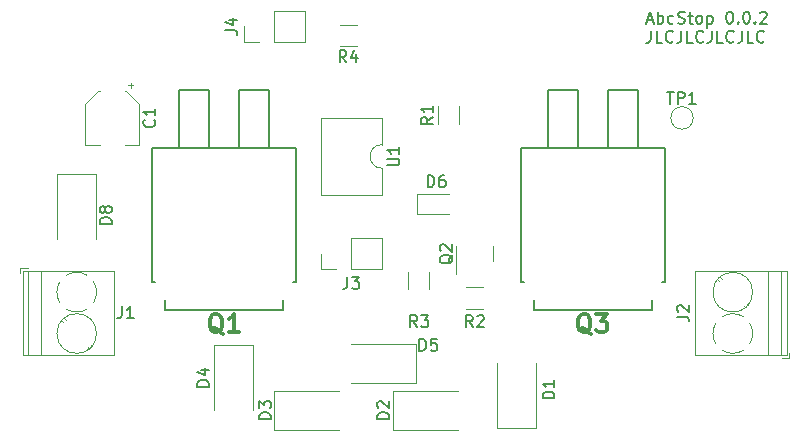
<source format=gbr>
G04 #@! TF.GenerationSoftware,KiCad,Pcbnew,7.0.5.1-1-g8f565ef7f0-dirty-deb11*
G04 #@! TF.CreationDate,2023-07-17T13:06:12+00:00*
G04 #@! TF.ProjectId,AbcStop,41626353-746f-4702-9e6b-696361645f70,0.0.2*
G04 #@! TF.SameCoordinates,Original*
G04 #@! TF.FileFunction,Legend,Top*
G04 #@! TF.FilePolarity,Positive*
%FSLAX46Y46*%
G04 Gerber Fmt 4.6, Leading zero omitted, Abs format (unit mm)*
G04 Created by KiCad (PCBNEW 7.0.5.1-1-g8f565ef7f0-dirty-deb11) date 2023-07-17 13:06:12*
%MOMM*%
%LPD*%
G01*
G04 APERTURE LIST*
%ADD10C,0.150000*%
%ADD11C,0.304800*%
%ADD12C,0.120000*%
%ADD13C,0.127000*%
%ADD14R,1.998980X3.799840*%
%ADD15R,11.501120X8.999220*%
%ADD16R,1.780000X2.000000*%
%ADD17R,1.700000X1.700000*%
%ADD18O,1.700000X1.700000*%
%ADD19C,1.500000*%
%ADD20R,2.400000X2.400000*%
%ADD21C,2.400000*%
G04 APERTURE END LIST*
D10*
X111289160Y-36974104D02*
X111765350Y-36974104D01*
X111193922Y-37259819D02*
X111527255Y-36259819D01*
X111527255Y-36259819D02*
X111860588Y-37259819D01*
X112193922Y-37259819D02*
X112193922Y-36259819D01*
X112193922Y-36640771D02*
X112289160Y-36593152D01*
X112289160Y-36593152D02*
X112479636Y-36593152D01*
X112479636Y-36593152D02*
X112574874Y-36640771D01*
X112574874Y-36640771D02*
X112622493Y-36688390D01*
X112622493Y-36688390D02*
X112670112Y-36783628D01*
X112670112Y-36783628D02*
X112670112Y-37069342D01*
X112670112Y-37069342D02*
X112622493Y-37164580D01*
X112622493Y-37164580D02*
X112574874Y-37212200D01*
X112574874Y-37212200D02*
X112479636Y-37259819D01*
X112479636Y-37259819D02*
X112289160Y-37259819D01*
X112289160Y-37259819D02*
X112193922Y-37212200D01*
X113527255Y-37212200D02*
X113432017Y-37259819D01*
X113432017Y-37259819D02*
X113241541Y-37259819D01*
X113241541Y-37259819D02*
X113146303Y-37212200D01*
X113146303Y-37212200D02*
X113098684Y-37164580D01*
X113098684Y-37164580D02*
X113051065Y-37069342D01*
X113051065Y-37069342D02*
X113051065Y-36783628D01*
X113051065Y-36783628D02*
X113098684Y-36688390D01*
X113098684Y-36688390D02*
X113146303Y-36640771D01*
X113146303Y-36640771D02*
X113241541Y-36593152D01*
X113241541Y-36593152D02*
X113432017Y-36593152D01*
X113432017Y-36593152D02*
X113527255Y-36640771D01*
X113908208Y-37212200D02*
X114051065Y-37259819D01*
X114051065Y-37259819D02*
X114289160Y-37259819D01*
X114289160Y-37259819D02*
X114384398Y-37212200D01*
X114384398Y-37212200D02*
X114432017Y-37164580D01*
X114432017Y-37164580D02*
X114479636Y-37069342D01*
X114479636Y-37069342D02*
X114479636Y-36974104D01*
X114479636Y-36974104D02*
X114432017Y-36878866D01*
X114432017Y-36878866D02*
X114384398Y-36831247D01*
X114384398Y-36831247D02*
X114289160Y-36783628D01*
X114289160Y-36783628D02*
X114098684Y-36736009D01*
X114098684Y-36736009D02*
X114003446Y-36688390D01*
X114003446Y-36688390D02*
X113955827Y-36640771D01*
X113955827Y-36640771D02*
X113908208Y-36545533D01*
X113908208Y-36545533D02*
X113908208Y-36450295D01*
X113908208Y-36450295D02*
X113955827Y-36355057D01*
X113955827Y-36355057D02*
X114003446Y-36307438D01*
X114003446Y-36307438D02*
X114098684Y-36259819D01*
X114098684Y-36259819D02*
X114336779Y-36259819D01*
X114336779Y-36259819D02*
X114479636Y-36307438D01*
X114765351Y-36593152D02*
X115146303Y-36593152D01*
X114908208Y-36259819D02*
X114908208Y-37116961D01*
X114908208Y-37116961D02*
X114955827Y-37212200D01*
X114955827Y-37212200D02*
X115051065Y-37259819D01*
X115051065Y-37259819D02*
X115146303Y-37259819D01*
X115622494Y-37259819D02*
X115527256Y-37212200D01*
X115527256Y-37212200D02*
X115479637Y-37164580D01*
X115479637Y-37164580D02*
X115432018Y-37069342D01*
X115432018Y-37069342D02*
X115432018Y-36783628D01*
X115432018Y-36783628D02*
X115479637Y-36688390D01*
X115479637Y-36688390D02*
X115527256Y-36640771D01*
X115527256Y-36640771D02*
X115622494Y-36593152D01*
X115622494Y-36593152D02*
X115765351Y-36593152D01*
X115765351Y-36593152D02*
X115860589Y-36640771D01*
X115860589Y-36640771D02*
X115908208Y-36688390D01*
X115908208Y-36688390D02*
X115955827Y-36783628D01*
X115955827Y-36783628D02*
X115955827Y-37069342D01*
X115955827Y-37069342D02*
X115908208Y-37164580D01*
X115908208Y-37164580D02*
X115860589Y-37212200D01*
X115860589Y-37212200D02*
X115765351Y-37259819D01*
X115765351Y-37259819D02*
X115622494Y-37259819D01*
X116384399Y-36593152D02*
X116384399Y-37593152D01*
X116384399Y-36640771D02*
X116479637Y-36593152D01*
X116479637Y-36593152D02*
X116670113Y-36593152D01*
X116670113Y-36593152D02*
X116765351Y-36640771D01*
X116765351Y-36640771D02*
X116812970Y-36688390D01*
X116812970Y-36688390D02*
X116860589Y-36783628D01*
X116860589Y-36783628D02*
X116860589Y-37069342D01*
X116860589Y-37069342D02*
X116812970Y-37164580D01*
X116812970Y-37164580D02*
X116765351Y-37212200D01*
X116765351Y-37212200D02*
X116670113Y-37259819D01*
X116670113Y-37259819D02*
X116479637Y-37259819D01*
X116479637Y-37259819D02*
X116384399Y-37212200D01*
X118241542Y-36259819D02*
X118336780Y-36259819D01*
X118336780Y-36259819D02*
X118432018Y-36307438D01*
X118432018Y-36307438D02*
X118479637Y-36355057D01*
X118479637Y-36355057D02*
X118527256Y-36450295D01*
X118527256Y-36450295D02*
X118574875Y-36640771D01*
X118574875Y-36640771D02*
X118574875Y-36878866D01*
X118574875Y-36878866D02*
X118527256Y-37069342D01*
X118527256Y-37069342D02*
X118479637Y-37164580D01*
X118479637Y-37164580D02*
X118432018Y-37212200D01*
X118432018Y-37212200D02*
X118336780Y-37259819D01*
X118336780Y-37259819D02*
X118241542Y-37259819D01*
X118241542Y-37259819D02*
X118146304Y-37212200D01*
X118146304Y-37212200D02*
X118098685Y-37164580D01*
X118098685Y-37164580D02*
X118051066Y-37069342D01*
X118051066Y-37069342D02*
X118003447Y-36878866D01*
X118003447Y-36878866D02*
X118003447Y-36640771D01*
X118003447Y-36640771D02*
X118051066Y-36450295D01*
X118051066Y-36450295D02*
X118098685Y-36355057D01*
X118098685Y-36355057D02*
X118146304Y-36307438D01*
X118146304Y-36307438D02*
X118241542Y-36259819D01*
X119003447Y-37164580D02*
X119051066Y-37212200D01*
X119051066Y-37212200D02*
X119003447Y-37259819D01*
X119003447Y-37259819D02*
X118955828Y-37212200D01*
X118955828Y-37212200D02*
X119003447Y-37164580D01*
X119003447Y-37164580D02*
X119003447Y-37259819D01*
X119670113Y-36259819D02*
X119765351Y-36259819D01*
X119765351Y-36259819D02*
X119860589Y-36307438D01*
X119860589Y-36307438D02*
X119908208Y-36355057D01*
X119908208Y-36355057D02*
X119955827Y-36450295D01*
X119955827Y-36450295D02*
X120003446Y-36640771D01*
X120003446Y-36640771D02*
X120003446Y-36878866D01*
X120003446Y-36878866D02*
X119955827Y-37069342D01*
X119955827Y-37069342D02*
X119908208Y-37164580D01*
X119908208Y-37164580D02*
X119860589Y-37212200D01*
X119860589Y-37212200D02*
X119765351Y-37259819D01*
X119765351Y-37259819D02*
X119670113Y-37259819D01*
X119670113Y-37259819D02*
X119574875Y-37212200D01*
X119574875Y-37212200D02*
X119527256Y-37164580D01*
X119527256Y-37164580D02*
X119479637Y-37069342D01*
X119479637Y-37069342D02*
X119432018Y-36878866D01*
X119432018Y-36878866D02*
X119432018Y-36640771D01*
X119432018Y-36640771D02*
X119479637Y-36450295D01*
X119479637Y-36450295D02*
X119527256Y-36355057D01*
X119527256Y-36355057D02*
X119574875Y-36307438D01*
X119574875Y-36307438D02*
X119670113Y-36259819D01*
X120432018Y-37164580D02*
X120479637Y-37212200D01*
X120479637Y-37212200D02*
X120432018Y-37259819D01*
X120432018Y-37259819D02*
X120384399Y-37212200D01*
X120384399Y-37212200D02*
X120432018Y-37164580D01*
X120432018Y-37164580D02*
X120432018Y-37259819D01*
X120860589Y-36355057D02*
X120908208Y-36307438D01*
X120908208Y-36307438D02*
X121003446Y-36259819D01*
X121003446Y-36259819D02*
X121241541Y-36259819D01*
X121241541Y-36259819D02*
X121336779Y-36307438D01*
X121336779Y-36307438D02*
X121384398Y-36355057D01*
X121384398Y-36355057D02*
X121432017Y-36450295D01*
X121432017Y-36450295D02*
X121432017Y-36545533D01*
X121432017Y-36545533D02*
X121384398Y-36688390D01*
X121384398Y-36688390D02*
X120812970Y-37259819D01*
X120812970Y-37259819D02*
X121432017Y-37259819D01*
X111622493Y-37869819D02*
X111622493Y-38584104D01*
X111622493Y-38584104D02*
X111574874Y-38726961D01*
X111574874Y-38726961D02*
X111479636Y-38822200D01*
X111479636Y-38822200D02*
X111336779Y-38869819D01*
X111336779Y-38869819D02*
X111241541Y-38869819D01*
X112574874Y-38869819D02*
X112098684Y-38869819D01*
X112098684Y-38869819D02*
X112098684Y-37869819D01*
X113479636Y-38774580D02*
X113432017Y-38822200D01*
X113432017Y-38822200D02*
X113289160Y-38869819D01*
X113289160Y-38869819D02*
X113193922Y-38869819D01*
X113193922Y-38869819D02*
X113051065Y-38822200D01*
X113051065Y-38822200D02*
X112955827Y-38726961D01*
X112955827Y-38726961D02*
X112908208Y-38631723D01*
X112908208Y-38631723D02*
X112860589Y-38441247D01*
X112860589Y-38441247D02*
X112860589Y-38298390D01*
X112860589Y-38298390D02*
X112908208Y-38107914D01*
X112908208Y-38107914D02*
X112955827Y-38012676D01*
X112955827Y-38012676D02*
X113051065Y-37917438D01*
X113051065Y-37917438D02*
X113193922Y-37869819D01*
X113193922Y-37869819D02*
X113289160Y-37869819D01*
X113289160Y-37869819D02*
X113432017Y-37917438D01*
X113432017Y-37917438D02*
X113479636Y-37965057D01*
X114193922Y-37869819D02*
X114193922Y-38584104D01*
X114193922Y-38584104D02*
X114146303Y-38726961D01*
X114146303Y-38726961D02*
X114051065Y-38822200D01*
X114051065Y-38822200D02*
X113908208Y-38869819D01*
X113908208Y-38869819D02*
X113812970Y-38869819D01*
X115146303Y-38869819D02*
X114670113Y-38869819D01*
X114670113Y-38869819D02*
X114670113Y-37869819D01*
X116051065Y-38774580D02*
X116003446Y-38822200D01*
X116003446Y-38822200D02*
X115860589Y-38869819D01*
X115860589Y-38869819D02*
X115765351Y-38869819D01*
X115765351Y-38869819D02*
X115622494Y-38822200D01*
X115622494Y-38822200D02*
X115527256Y-38726961D01*
X115527256Y-38726961D02*
X115479637Y-38631723D01*
X115479637Y-38631723D02*
X115432018Y-38441247D01*
X115432018Y-38441247D02*
X115432018Y-38298390D01*
X115432018Y-38298390D02*
X115479637Y-38107914D01*
X115479637Y-38107914D02*
X115527256Y-38012676D01*
X115527256Y-38012676D02*
X115622494Y-37917438D01*
X115622494Y-37917438D02*
X115765351Y-37869819D01*
X115765351Y-37869819D02*
X115860589Y-37869819D01*
X115860589Y-37869819D02*
X116003446Y-37917438D01*
X116003446Y-37917438D02*
X116051065Y-37965057D01*
X116765351Y-37869819D02*
X116765351Y-38584104D01*
X116765351Y-38584104D02*
X116717732Y-38726961D01*
X116717732Y-38726961D02*
X116622494Y-38822200D01*
X116622494Y-38822200D02*
X116479637Y-38869819D01*
X116479637Y-38869819D02*
X116384399Y-38869819D01*
X117717732Y-38869819D02*
X117241542Y-38869819D01*
X117241542Y-38869819D02*
X117241542Y-37869819D01*
X118622494Y-38774580D02*
X118574875Y-38822200D01*
X118574875Y-38822200D02*
X118432018Y-38869819D01*
X118432018Y-38869819D02*
X118336780Y-38869819D01*
X118336780Y-38869819D02*
X118193923Y-38822200D01*
X118193923Y-38822200D02*
X118098685Y-38726961D01*
X118098685Y-38726961D02*
X118051066Y-38631723D01*
X118051066Y-38631723D02*
X118003447Y-38441247D01*
X118003447Y-38441247D02*
X118003447Y-38298390D01*
X118003447Y-38298390D02*
X118051066Y-38107914D01*
X118051066Y-38107914D02*
X118098685Y-38012676D01*
X118098685Y-38012676D02*
X118193923Y-37917438D01*
X118193923Y-37917438D02*
X118336780Y-37869819D01*
X118336780Y-37869819D02*
X118432018Y-37869819D01*
X118432018Y-37869819D02*
X118574875Y-37917438D01*
X118574875Y-37917438D02*
X118622494Y-37965057D01*
X119336780Y-37869819D02*
X119336780Y-38584104D01*
X119336780Y-38584104D02*
X119289161Y-38726961D01*
X119289161Y-38726961D02*
X119193923Y-38822200D01*
X119193923Y-38822200D02*
X119051066Y-38869819D01*
X119051066Y-38869819D02*
X118955828Y-38869819D01*
X120289161Y-38869819D02*
X119812971Y-38869819D01*
X119812971Y-38869819D02*
X119812971Y-37869819D01*
X121193923Y-38774580D02*
X121146304Y-38822200D01*
X121146304Y-38822200D02*
X121003447Y-38869819D01*
X121003447Y-38869819D02*
X120908209Y-38869819D01*
X120908209Y-38869819D02*
X120765352Y-38822200D01*
X120765352Y-38822200D02*
X120670114Y-38726961D01*
X120670114Y-38726961D02*
X120622495Y-38631723D01*
X120622495Y-38631723D02*
X120574876Y-38441247D01*
X120574876Y-38441247D02*
X120574876Y-38298390D01*
X120574876Y-38298390D02*
X120622495Y-38107914D01*
X120622495Y-38107914D02*
X120670114Y-38012676D01*
X120670114Y-38012676D02*
X120765352Y-37917438D01*
X120765352Y-37917438D02*
X120908209Y-37869819D01*
X120908209Y-37869819D02*
X121003447Y-37869819D01*
X121003447Y-37869819D02*
X121146304Y-37917438D01*
X121146304Y-37917438D02*
X121193923Y-37965057D01*
X65954819Y-54238094D02*
X64954819Y-54238094D01*
X64954819Y-54238094D02*
X64954819Y-53999999D01*
X64954819Y-53999999D02*
X65002438Y-53857142D01*
X65002438Y-53857142D02*
X65097676Y-53761904D01*
X65097676Y-53761904D02*
X65192914Y-53714285D01*
X65192914Y-53714285D02*
X65383390Y-53666666D01*
X65383390Y-53666666D02*
X65526247Y-53666666D01*
X65526247Y-53666666D02*
X65716723Y-53714285D01*
X65716723Y-53714285D02*
X65811961Y-53761904D01*
X65811961Y-53761904D02*
X65907200Y-53857142D01*
X65907200Y-53857142D02*
X65954819Y-53999999D01*
X65954819Y-53999999D02*
X65954819Y-54238094D01*
X65383390Y-53095237D02*
X65335771Y-53190475D01*
X65335771Y-53190475D02*
X65288152Y-53238094D01*
X65288152Y-53238094D02*
X65192914Y-53285713D01*
X65192914Y-53285713D02*
X65145295Y-53285713D01*
X65145295Y-53285713D02*
X65050057Y-53238094D01*
X65050057Y-53238094D02*
X65002438Y-53190475D01*
X65002438Y-53190475D02*
X64954819Y-53095237D01*
X64954819Y-53095237D02*
X64954819Y-52904761D01*
X64954819Y-52904761D02*
X65002438Y-52809523D01*
X65002438Y-52809523D02*
X65050057Y-52761904D01*
X65050057Y-52761904D02*
X65145295Y-52714285D01*
X65145295Y-52714285D02*
X65192914Y-52714285D01*
X65192914Y-52714285D02*
X65288152Y-52761904D01*
X65288152Y-52761904D02*
X65335771Y-52809523D01*
X65335771Y-52809523D02*
X65383390Y-52904761D01*
X65383390Y-52904761D02*
X65383390Y-53095237D01*
X65383390Y-53095237D02*
X65431009Y-53190475D01*
X65431009Y-53190475D02*
X65478628Y-53238094D01*
X65478628Y-53238094D02*
X65573866Y-53285713D01*
X65573866Y-53285713D02*
X65764342Y-53285713D01*
X65764342Y-53285713D02*
X65859580Y-53238094D01*
X65859580Y-53238094D02*
X65907200Y-53190475D01*
X65907200Y-53190475D02*
X65954819Y-53095237D01*
X65954819Y-53095237D02*
X65954819Y-52904761D01*
X65954819Y-52904761D02*
X65907200Y-52809523D01*
X65907200Y-52809523D02*
X65859580Y-52761904D01*
X65859580Y-52761904D02*
X65764342Y-52714285D01*
X65764342Y-52714285D02*
X65573866Y-52714285D01*
X65573866Y-52714285D02*
X65478628Y-52761904D01*
X65478628Y-52761904D02*
X65431009Y-52809523D01*
X65431009Y-52809523D02*
X65383390Y-52904761D01*
X96533333Y-62954819D02*
X96200000Y-62478628D01*
X95961905Y-62954819D02*
X95961905Y-61954819D01*
X95961905Y-61954819D02*
X96342857Y-61954819D01*
X96342857Y-61954819D02*
X96438095Y-62002438D01*
X96438095Y-62002438D02*
X96485714Y-62050057D01*
X96485714Y-62050057D02*
X96533333Y-62145295D01*
X96533333Y-62145295D02*
X96533333Y-62288152D01*
X96533333Y-62288152D02*
X96485714Y-62383390D01*
X96485714Y-62383390D02*
X96438095Y-62431009D01*
X96438095Y-62431009D02*
X96342857Y-62478628D01*
X96342857Y-62478628D02*
X95961905Y-62478628D01*
X96914286Y-62050057D02*
X96961905Y-62002438D01*
X96961905Y-62002438D02*
X97057143Y-61954819D01*
X97057143Y-61954819D02*
X97295238Y-61954819D01*
X97295238Y-61954819D02*
X97390476Y-62002438D01*
X97390476Y-62002438D02*
X97438095Y-62050057D01*
X97438095Y-62050057D02*
X97485714Y-62145295D01*
X97485714Y-62145295D02*
X97485714Y-62240533D01*
X97485714Y-62240533D02*
X97438095Y-62383390D01*
X97438095Y-62383390D02*
X96866667Y-62954819D01*
X96866667Y-62954819D02*
X97485714Y-62954819D01*
D11*
X75354857Y-63526324D02*
X75209714Y-63453752D01*
X75209714Y-63453752D02*
X75064571Y-63308610D01*
X75064571Y-63308610D02*
X74846857Y-63090895D01*
X74846857Y-63090895D02*
X74701714Y-63018324D01*
X74701714Y-63018324D02*
X74556571Y-63018324D01*
X74629142Y-63381181D02*
X74484000Y-63308610D01*
X74484000Y-63308610D02*
X74338857Y-63163467D01*
X74338857Y-63163467D02*
X74266285Y-62873181D01*
X74266285Y-62873181D02*
X74266285Y-62365181D01*
X74266285Y-62365181D02*
X74338857Y-62074895D01*
X74338857Y-62074895D02*
X74484000Y-61929752D01*
X74484000Y-61929752D02*
X74629142Y-61857181D01*
X74629142Y-61857181D02*
X74919428Y-61857181D01*
X74919428Y-61857181D02*
X75064571Y-61929752D01*
X75064571Y-61929752D02*
X75209714Y-62074895D01*
X75209714Y-62074895D02*
X75282285Y-62365181D01*
X75282285Y-62365181D02*
X75282285Y-62873181D01*
X75282285Y-62873181D02*
X75209714Y-63163467D01*
X75209714Y-63163467D02*
X75064571Y-63308610D01*
X75064571Y-63308610D02*
X74919428Y-63381181D01*
X74919428Y-63381181D02*
X74629142Y-63381181D01*
X76733713Y-63381181D02*
X75862856Y-63381181D01*
X76298285Y-63381181D02*
X76298285Y-61857181D01*
X76298285Y-61857181D02*
X76153142Y-62074895D01*
X76153142Y-62074895D02*
X76007999Y-62220038D01*
X76007999Y-62220038D02*
X75862856Y-62292610D01*
D10*
X74204819Y-67988094D02*
X73204819Y-67988094D01*
X73204819Y-67988094D02*
X73204819Y-67749999D01*
X73204819Y-67749999D02*
X73252438Y-67607142D01*
X73252438Y-67607142D02*
X73347676Y-67511904D01*
X73347676Y-67511904D02*
X73442914Y-67464285D01*
X73442914Y-67464285D02*
X73633390Y-67416666D01*
X73633390Y-67416666D02*
X73776247Y-67416666D01*
X73776247Y-67416666D02*
X73966723Y-67464285D01*
X73966723Y-67464285D02*
X74061961Y-67511904D01*
X74061961Y-67511904D02*
X74157200Y-67607142D01*
X74157200Y-67607142D02*
X74204819Y-67749999D01*
X74204819Y-67749999D02*
X74204819Y-67988094D01*
X73538152Y-66559523D02*
X74204819Y-66559523D01*
X73157200Y-66797618D02*
X73871485Y-67035713D01*
X73871485Y-67035713D02*
X73871485Y-66416666D01*
X89304819Y-49261904D02*
X90114342Y-49261904D01*
X90114342Y-49261904D02*
X90209580Y-49214285D01*
X90209580Y-49214285D02*
X90257200Y-49166666D01*
X90257200Y-49166666D02*
X90304819Y-49071428D01*
X90304819Y-49071428D02*
X90304819Y-48880952D01*
X90304819Y-48880952D02*
X90257200Y-48785714D01*
X90257200Y-48785714D02*
X90209580Y-48738095D01*
X90209580Y-48738095D02*
X90114342Y-48690476D01*
X90114342Y-48690476D02*
X89304819Y-48690476D01*
X90304819Y-47690476D02*
X90304819Y-48261904D01*
X90304819Y-47976190D02*
X89304819Y-47976190D01*
X89304819Y-47976190D02*
X89447676Y-48071428D01*
X89447676Y-48071428D02*
X89542914Y-48166666D01*
X89542914Y-48166666D02*
X89590533Y-48261904D01*
X85916666Y-58704819D02*
X85916666Y-59419104D01*
X85916666Y-59419104D02*
X85869047Y-59561961D01*
X85869047Y-59561961D02*
X85773809Y-59657200D01*
X85773809Y-59657200D02*
X85630952Y-59704819D01*
X85630952Y-59704819D02*
X85535714Y-59704819D01*
X86297619Y-58704819D02*
X86916666Y-58704819D01*
X86916666Y-58704819D02*
X86583333Y-59085771D01*
X86583333Y-59085771D02*
X86726190Y-59085771D01*
X86726190Y-59085771D02*
X86821428Y-59133390D01*
X86821428Y-59133390D02*
X86869047Y-59181009D01*
X86869047Y-59181009D02*
X86916666Y-59276247D01*
X86916666Y-59276247D02*
X86916666Y-59514342D01*
X86916666Y-59514342D02*
X86869047Y-59609580D01*
X86869047Y-59609580D02*
X86821428Y-59657200D01*
X86821428Y-59657200D02*
X86726190Y-59704819D01*
X86726190Y-59704819D02*
X86440476Y-59704819D01*
X86440476Y-59704819D02*
X86345238Y-59657200D01*
X86345238Y-59657200D02*
X86297619Y-59609580D01*
X75599819Y-37833333D02*
X76314104Y-37833333D01*
X76314104Y-37833333D02*
X76456961Y-37880952D01*
X76456961Y-37880952D02*
X76552200Y-37976190D01*
X76552200Y-37976190D02*
X76599819Y-38119047D01*
X76599819Y-38119047D02*
X76599819Y-38214285D01*
X75933152Y-36928571D02*
X76599819Y-36928571D01*
X75552200Y-37166666D02*
X76266485Y-37404761D01*
X76266485Y-37404761D02*
X76266485Y-36785714D01*
X94850057Y-56845238D02*
X94802438Y-56940476D01*
X94802438Y-56940476D02*
X94707200Y-57035714D01*
X94707200Y-57035714D02*
X94564342Y-57178571D01*
X94564342Y-57178571D02*
X94516723Y-57273809D01*
X94516723Y-57273809D02*
X94516723Y-57369047D01*
X94754819Y-57321428D02*
X94707200Y-57416666D01*
X94707200Y-57416666D02*
X94611961Y-57511904D01*
X94611961Y-57511904D02*
X94421485Y-57559523D01*
X94421485Y-57559523D02*
X94088152Y-57559523D01*
X94088152Y-57559523D02*
X93897676Y-57511904D01*
X93897676Y-57511904D02*
X93802438Y-57416666D01*
X93802438Y-57416666D02*
X93754819Y-57321428D01*
X93754819Y-57321428D02*
X93754819Y-57130952D01*
X93754819Y-57130952D02*
X93802438Y-57035714D01*
X93802438Y-57035714D02*
X93897676Y-56940476D01*
X93897676Y-56940476D02*
X94088152Y-56892857D01*
X94088152Y-56892857D02*
X94421485Y-56892857D01*
X94421485Y-56892857D02*
X94611961Y-56940476D01*
X94611961Y-56940476D02*
X94707200Y-57035714D01*
X94707200Y-57035714D02*
X94754819Y-57130952D01*
X94754819Y-57130952D02*
X94754819Y-57321428D01*
X93850057Y-56511904D02*
X93802438Y-56464285D01*
X93802438Y-56464285D02*
X93754819Y-56369047D01*
X93754819Y-56369047D02*
X93754819Y-56130952D01*
X93754819Y-56130952D02*
X93802438Y-56035714D01*
X93802438Y-56035714D02*
X93850057Y-55988095D01*
X93850057Y-55988095D02*
X93945295Y-55940476D01*
X93945295Y-55940476D02*
X94040533Y-55940476D01*
X94040533Y-55940476D02*
X94183390Y-55988095D01*
X94183390Y-55988095D02*
X94754819Y-56559523D01*
X94754819Y-56559523D02*
X94754819Y-55940476D01*
X85833333Y-40524819D02*
X85500000Y-40048628D01*
X85261905Y-40524819D02*
X85261905Y-39524819D01*
X85261905Y-39524819D02*
X85642857Y-39524819D01*
X85642857Y-39524819D02*
X85738095Y-39572438D01*
X85738095Y-39572438D02*
X85785714Y-39620057D01*
X85785714Y-39620057D02*
X85833333Y-39715295D01*
X85833333Y-39715295D02*
X85833333Y-39858152D01*
X85833333Y-39858152D02*
X85785714Y-39953390D01*
X85785714Y-39953390D02*
X85738095Y-40001009D01*
X85738095Y-40001009D02*
X85642857Y-40048628D01*
X85642857Y-40048628D02*
X85261905Y-40048628D01*
X86690476Y-39858152D02*
X86690476Y-40524819D01*
X86452381Y-39477200D02*
X86214286Y-40191485D01*
X86214286Y-40191485D02*
X86833333Y-40191485D01*
X79454819Y-70738094D02*
X78454819Y-70738094D01*
X78454819Y-70738094D02*
X78454819Y-70499999D01*
X78454819Y-70499999D02*
X78502438Y-70357142D01*
X78502438Y-70357142D02*
X78597676Y-70261904D01*
X78597676Y-70261904D02*
X78692914Y-70214285D01*
X78692914Y-70214285D02*
X78883390Y-70166666D01*
X78883390Y-70166666D02*
X79026247Y-70166666D01*
X79026247Y-70166666D02*
X79216723Y-70214285D01*
X79216723Y-70214285D02*
X79311961Y-70261904D01*
X79311961Y-70261904D02*
X79407200Y-70357142D01*
X79407200Y-70357142D02*
X79454819Y-70499999D01*
X79454819Y-70499999D02*
X79454819Y-70738094D01*
X78454819Y-69833332D02*
X78454819Y-69214285D01*
X78454819Y-69214285D02*
X78835771Y-69547618D01*
X78835771Y-69547618D02*
X78835771Y-69404761D01*
X78835771Y-69404761D02*
X78883390Y-69309523D01*
X78883390Y-69309523D02*
X78931009Y-69261904D01*
X78931009Y-69261904D02*
X79026247Y-69214285D01*
X79026247Y-69214285D02*
X79264342Y-69214285D01*
X79264342Y-69214285D02*
X79359580Y-69261904D01*
X79359580Y-69261904D02*
X79407200Y-69309523D01*
X79407200Y-69309523D02*
X79454819Y-69404761D01*
X79454819Y-69404761D02*
X79454819Y-69690475D01*
X79454819Y-69690475D02*
X79407200Y-69785713D01*
X79407200Y-69785713D02*
X79359580Y-69833332D01*
X91833333Y-62954819D02*
X91500000Y-62478628D01*
X91261905Y-62954819D02*
X91261905Y-61954819D01*
X91261905Y-61954819D02*
X91642857Y-61954819D01*
X91642857Y-61954819D02*
X91738095Y-62002438D01*
X91738095Y-62002438D02*
X91785714Y-62050057D01*
X91785714Y-62050057D02*
X91833333Y-62145295D01*
X91833333Y-62145295D02*
X91833333Y-62288152D01*
X91833333Y-62288152D02*
X91785714Y-62383390D01*
X91785714Y-62383390D02*
X91738095Y-62431009D01*
X91738095Y-62431009D02*
X91642857Y-62478628D01*
X91642857Y-62478628D02*
X91261905Y-62478628D01*
X92166667Y-61954819D02*
X92785714Y-61954819D01*
X92785714Y-61954819D02*
X92452381Y-62335771D01*
X92452381Y-62335771D02*
X92595238Y-62335771D01*
X92595238Y-62335771D02*
X92690476Y-62383390D01*
X92690476Y-62383390D02*
X92738095Y-62431009D01*
X92738095Y-62431009D02*
X92785714Y-62526247D01*
X92785714Y-62526247D02*
X92785714Y-62764342D01*
X92785714Y-62764342D02*
X92738095Y-62859580D01*
X92738095Y-62859580D02*
X92690476Y-62907200D01*
X92690476Y-62907200D02*
X92595238Y-62954819D01*
X92595238Y-62954819D02*
X92309524Y-62954819D01*
X92309524Y-62954819D02*
X92214286Y-62907200D01*
X92214286Y-62907200D02*
X92166667Y-62859580D01*
X92011905Y-64954819D02*
X92011905Y-63954819D01*
X92011905Y-63954819D02*
X92250000Y-63954819D01*
X92250000Y-63954819D02*
X92392857Y-64002438D01*
X92392857Y-64002438D02*
X92488095Y-64097676D01*
X92488095Y-64097676D02*
X92535714Y-64192914D01*
X92535714Y-64192914D02*
X92583333Y-64383390D01*
X92583333Y-64383390D02*
X92583333Y-64526247D01*
X92583333Y-64526247D02*
X92535714Y-64716723D01*
X92535714Y-64716723D02*
X92488095Y-64811961D01*
X92488095Y-64811961D02*
X92392857Y-64907200D01*
X92392857Y-64907200D02*
X92250000Y-64954819D01*
X92250000Y-64954819D02*
X92011905Y-64954819D01*
X93488095Y-63954819D02*
X93011905Y-63954819D01*
X93011905Y-63954819D02*
X92964286Y-64431009D01*
X92964286Y-64431009D02*
X93011905Y-64383390D01*
X93011905Y-64383390D02*
X93107143Y-64335771D01*
X93107143Y-64335771D02*
X93345238Y-64335771D01*
X93345238Y-64335771D02*
X93440476Y-64383390D01*
X93440476Y-64383390D02*
X93488095Y-64431009D01*
X93488095Y-64431009D02*
X93535714Y-64526247D01*
X93535714Y-64526247D02*
X93535714Y-64764342D01*
X93535714Y-64764342D02*
X93488095Y-64859580D01*
X93488095Y-64859580D02*
X93440476Y-64907200D01*
X93440476Y-64907200D02*
X93345238Y-64954819D01*
X93345238Y-64954819D02*
X93107143Y-64954819D01*
X93107143Y-64954819D02*
X93011905Y-64907200D01*
X93011905Y-64907200D02*
X92964286Y-64859580D01*
X112988095Y-43056819D02*
X113559523Y-43056819D01*
X113273809Y-44056819D02*
X113273809Y-43056819D01*
X113892857Y-44056819D02*
X113892857Y-43056819D01*
X113892857Y-43056819D02*
X114273809Y-43056819D01*
X114273809Y-43056819D02*
X114369047Y-43104438D01*
X114369047Y-43104438D02*
X114416666Y-43152057D01*
X114416666Y-43152057D02*
X114464285Y-43247295D01*
X114464285Y-43247295D02*
X114464285Y-43390152D01*
X114464285Y-43390152D02*
X114416666Y-43485390D01*
X114416666Y-43485390D02*
X114369047Y-43533009D01*
X114369047Y-43533009D02*
X114273809Y-43580628D01*
X114273809Y-43580628D02*
X113892857Y-43580628D01*
X115416666Y-44056819D02*
X114845238Y-44056819D01*
X115130952Y-44056819D02*
X115130952Y-43056819D01*
X115130952Y-43056819D02*
X115035714Y-43199676D01*
X115035714Y-43199676D02*
X114940476Y-43294914D01*
X114940476Y-43294914D02*
X114845238Y-43342533D01*
X66826666Y-61204819D02*
X66826666Y-61919104D01*
X66826666Y-61919104D02*
X66779047Y-62061961D01*
X66779047Y-62061961D02*
X66683809Y-62157200D01*
X66683809Y-62157200D02*
X66540952Y-62204819D01*
X66540952Y-62204819D02*
X66445714Y-62204819D01*
X67826666Y-62204819D02*
X67255238Y-62204819D01*
X67540952Y-62204819D02*
X67540952Y-61204819D01*
X67540952Y-61204819D02*
X67445714Y-61347676D01*
X67445714Y-61347676D02*
X67350476Y-61442914D01*
X67350476Y-61442914D02*
X67255238Y-61490533D01*
X113844819Y-62083333D02*
X114559104Y-62083333D01*
X114559104Y-62083333D02*
X114701961Y-62130952D01*
X114701961Y-62130952D02*
X114797200Y-62226190D01*
X114797200Y-62226190D02*
X114844819Y-62369047D01*
X114844819Y-62369047D02*
X114844819Y-62464285D01*
X113940057Y-61654761D02*
X113892438Y-61607142D01*
X113892438Y-61607142D02*
X113844819Y-61511904D01*
X113844819Y-61511904D02*
X113844819Y-61273809D01*
X113844819Y-61273809D02*
X113892438Y-61178571D01*
X113892438Y-61178571D02*
X113940057Y-61130952D01*
X113940057Y-61130952D02*
X114035295Y-61083333D01*
X114035295Y-61083333D02*
X114130533Y-61083333D01*
X114130533Y-61083333D02*
X114273390Y-61130952D01*
X114273390Y-61130952D02*
X114844819Y-61702380D01*
X114844819Y-61702380D02*
X114844819Y-61083333D01*
X93134819Y-45166666D02*
X92658628Y-45499999D01*
X93134819Y-45738094D02*
X92134819Y-45738094D01*
X92134819Y-45738094D02*
X92134819Y-45357142D01*
X92134819Y-45357142D02*
X92182438Y-45261904D01*
X92182438Y-45261904D02*
X92230057Y-45214285D01*
X92230057Y-45214285D02*
X92325295Y-45166666D01*
X92325295Y-45166666D02*
X92468152Y-45166666D01*
X92468152Y-45166666D02*
X92563390Y-45214285D01*
X92563390Y-45214285D02*
X92611009Y-45261904D01*
X92611009Y-45261904D02*
X92658628Y-45357142D01*
X92658628Y-45357142D02*
X92658628Y-45738094D01*
X93134819Y-44214285D02*
X93134819Y-44785713D01*
X93134819Y-44499999D02*
X92134819Y-44499999D01*
X92134819Y-44499999D02*
X92277676Y-44595237D01*
X92277676Y-44595237D02*
X92372914Y-44690475D01*
X92372914Y-44690475D02*
X92420533Y-44785713D01*
D11*
X106554957Y-63526324D02*
X106409814Y-63453752D01*
X106409814Y-63453752D02*
X106264671Y-63308610D01*
X106264671Y-63308610D02*
X106046957Y-63090895D01*
X106046957Y-63090895D02*
X105901814Y-63018324D01*
X105901814Y-63018324D02*
X105756671Y-63018324D01*
X105829242Y-63381181D02*
X105684100Y-63308610D01*
X105684100Y-63308610D02*
X105538957Y-63163467D01*
X105538957Y-63163467D02*
X105466385Y-62873181D01*
X105466385Y-62873181D02*
X105466385Y-62365181D01*
X105466385Y-62365181D02*
X105538957Y-62074895D01*
X105538957Y-62074895D02*
X105684100Y-61929752D01*
X105684100Y-61929752D02*
X105829242Y-61857181D01*
X105829242Y-61857181D02*
X106119528Y-61857181D01*
X106119528Y-61857181D02*
X106264671Y-61929752D01*
X106264671Y-61929752D02*
X106409814Y-62074895D01*
X106409814Y-62074895D02*
X106482385Y-62365181D01*
X106482385Y-62365181D02*
X106482385Y-62873181D01*
X106482385Y-62873181D02*
X106409814Y-63163467D01*
X106409814Y-63163467D02*
X106264671Y-63308610D01*
X106264671Y-63308610D02*
X106119528Y-63381181D01*
X106119528Y-63381181D02*
X105829242Y-63381181D01*
X106990385Y-61857181D02*
X107933813Y-61857181D01*
X107933813Y-61857181D02*
X107425813Y-62437752D01*
X107425813Y-62437752D02*
X107643528Y-62437752D01*
X107643528Y-62437752D02*
X107788671Y-62510324D01*
X107788671Y-62510324D02*
X107861242Y-62582895D01*
X107861242Y-62582895D02*
X107933813Y-62728038D01*
X107933813Y-62728038D02*
X107933813Y-63090895D01*
X107933813Y-63090895D02*
X107861242Y-63236038D01*
X107861242Y-63236038D02*
X107788671Y-63308610D01*
X107788671Y-63308610D02*
X107643528Y-63381181D01*
X107643528Y-63381181D02*
X107208099Y-63381181D01*
X107208099Y-63381181D02*
X107062956Y-63308610D01*
X107062956Y-63308610D02*
X106990385Y-63236038D01*
D10*
X69559580Y-45416666D02*
X69607200Y-45464285D01*
X69607200Y-45464285D02*
X69654819Y-45607142D01*
X69654819Y-45607142D02*
X69654819Y-45702380D01*
X69654819Y-45702380D02*
X69607200Y-45845237D01*
X69607200Y-45845237D02*
X69511961Y-45940475D01*
X69511961Y-45940475D02*
X69416723Y-45988094D01*
X69416723Y-45988094D02*
X69226247Y-46035713D01*
X69226247Y-46035713D02*
X69083390Y-46035713D01*
X69083390Y-46035713D02*
X68892914Y-45988094D01*
X68892914Y-45988094D02*
X68797676Y-45940475D01*
X68797676Y-45940475D02*
X68702438Y-45845237D01*
X68702438Y-45845237D02*
X68654819Y-45702380D01*
X68654819Y-45702380D02*
X68654819Y-45607142D01*
X68654819Y-45607142D02*
X68702438Y-45464285D01*
X68702438Y-45464285D02*
X68750057Y-45416666D01*
X69654819Y-44464285D02*
X69654819Y-45035713D01*
X69654819Y-44749999D02*
X68654819Y-44749999D01*
X68654819Y-44749999D02*
X68797676Y-44845237D01*
X68797676Y-44845237D02*
X68892914Y-44940475D01*
X68892914Y-44940475D02*
X68940533Y-45035713D01*
X103454819Y-68988094D02*
X102454819Y-68988094D01*
X102454819Y-68988094D02*
X102454819Y-68749999D01*
X102454819Y-68749999D02*
X102502438Y-68607142D01*
X102502438Y-68607142D02*
X102597676Y-68511904D01*
X102597676Y-68511904D02*
X102692914Y-68464285D01*
X102692914Y-68464285D02*
X102883390Y-68416666D01*
X102883390Y-68416666D02*
X103026247Y-68416666D01*
X103026247Y-68416666D02*
X103216723Y-68464285D01*
X103216723Y-68464285D02*
X103311961Y-68511904D01*
X103311961Y-68511904D02*
X103407200Y-68607142D01*
X103407200Y-68607142D02*
X103454819Y-68749999D01*
X103454819Y-68749999D02*
X103454819Y-68988094D01*
X103454819Y-67464285D02*
X103454819Y-68035713D01*
X103454819Y-67749999D02*
X102454819Y-67749999D01*
X102454819Y-67749999D02*
X102597676Y-67845237D01*
X102597676Y-67845237D02*
X102692914Y-67940475D01*
X102692914Y-67940475D02*
X102740533Y-68035713D01*
X92711905Y-51104819D02*
X92711905Y-50104819D01*
X92711905Y-50104819D02*
X92950000Y-50104819D01*
X92950000Y-50104819D02*
X93092857Y-50152438D01*
X93092857Y-50152438D02*
X93188095Y-50247676D01*
X93188095Y-50247676D02*
X93235714Y-50342914D01*
X93235714Y-50342914D02*
X93283333Y-50533390D01*
X93283333Y-50533390D02*
X93283333Y-50676247D01*
X93283333Y-50676247D02*
X93235714Y-50866723D01*
X93235714Y-50866723D02*
X93188095Y-50961961D01*
X93188095Y-50961961D02*
X93092857Y-51057200D01*
X93092857Y-51057200D02*
X92950000Y-51104819D01*
X92950000Y-51104819D02*
X92711905Y-51104819D01*
X94140476Y-50104819D02*
X93950000Y-50104819D01*
X93950000Y-50104819D02*
X93854762Y-50152438D01*
X93854762Y-50152438D02*
X93807143Y-50200057D01*
X93807143Y-50200057D02*
X93711905Y-50342914D01*
X93711905Y-50342914D02*
X93664286Y-50533390D01*
X93664286Y-50533390D02*
X93664286Y-50914342D01*
X93664286Y-50914342D02*
X93711905Y-51009580D01*
X93711905Y-51009580D02*
X93759524Y-51057200D01*
X93759524Y-51057200D02*
X93854762Y-51104819D01*
X93854762Y-51104819D02*
X94045238Y-51104819D01*
X94045238Y-51104819D02*
X94140476Y-51057200D01*
X94140476Y-51057200D02*
X94188095Y-51009580D01*
X94188095Y-51009580D02*
X94235714Y-50914342D01*
X94235714Y-50914342D02*
X94235714Y-50676247D01*
X94235714Y-50676247D02*
X94188095Y-50581009D01*
X94188095Y-50581009D02*
X94140476Y-50533390D01*
X94140476Y-50533390D02*
X94045238Y-50485771D01*
X94045238Y-50485771D02*
X93854762Y-50485771D01*
X93854762Y-50485771D02*
X93759524Y-50533390D01*
X93759524Y-50533390D02*
X93711905Y-50581009D01*
X93711905Y-50581009D02*
X93664286Y-50676247D01*
X89454819Y-70738094D02*
X88454819Y-70738094D01*
X88454819Y-70738094D02*
X88454819Y-70499999D01*
X88454819Y-70499999D02*
X88502438Y-70357142D01*
X88502438Y-70357142D02*
X88597676Y-70261904D01*
X88597676Y-70261904D02*
X88692914Y-70214285D01*
X88692914Y-70214285D02*
X88883390Y-70166666D01*
X88883390Y-70166666D02*
X89026247Y-70166666D01*
X89026247Y-70166666D02*
X89216723Y-70214285D01*
X89216723Y-70214285D02*
X89311961Y-70261904D01*
X89311961Y-70261904D02*
X89407200Y-70357142D01*
X89407200Y-70357142D02*
X89454819Y-70499999D01*
X89454819Y-70499999D02*
X89454819Y-70738094D01*
X88550057Y-69785713D02*
X88502438Y-69738094D01*
X88502438Y-69738094D02*
X88454819Y-69642856D01*
X88454819Y-69642856D02*
X88454819Y-69404761D01*
X88454819Y-69404761D02*
X88502438Y-69309523D01*
X88502438Y-69309523D02*
X88550057Y-69261904D01*
X88550057Y-69261904D02*
X88645295Y-69214285D01*
X88645295Y-69214285D02*
X88740533Y-69214285D01*
X88740533Y-69214285D02*
X88883390Y-69261904D01*
X88883390Y-69261904D02*
X89454819Y-69833332D01*
X89454819Y-69833332D02*
X89454819Y-69214285D01*
D12*
X64650000Y-49990000D02*
X61350000Y-49990000D01*
X64650000Y-49990000D02*
X64650000Y-55500000D01*
X61350000Y-49990000D02*
X61350000Y-55500000D01*
X95972936Y-59590000D02*
X97427064Y-59590000D01*
X95972936Y-61410000D02*
X97427064Y-61410000D01*
D13*
X81596000Y-59136000D02*
X81342000Y-59136000D01*
X81596000Y-47820300D02*
X81596000Y-59136000D01*
X80503800Y-61498200D02*
X70496200Y-61498200D01*
X80503800Y-60660000D02*
X80503800Y-61498200D01*
X79310000Y-47820300D02*
X79310000Y-42880000D01*
X79310000Y-42880000D02*
X76770000Y-42880000D01*
X76770000Y-42880000D02*
X76770000Y-47820300D01*
X74230000Y-47820300D02*
X74230000Y-42880000D01*
X74230000Y-42880000D02*
X71690000Y-42880000D01*
X71690000Y-42880000D02*
X71690000Y-47820300D01*
X70496200Y-61498200D02*
X70496200Y-60660000D01*
X69658000Y-59136000D02*
X69404000Y-59136000D01*
X69404000Y-59136000D02*
X69404000Y-47820300D01*
X69404000Y-47820300D02*
X81596000Y-47820300D01*
D12*
X77900000Y-64490000D02*
X74600000Y-64490000D01*
X77900000Y-64490000D02*
X77900000Y-70000000D01*
X74600000Y-64490000D02*
X74600000Y-70000000D01*
X88850000Y-45265000D02*
X83650000Y-45265000D01*
X83650000Y-45265000D02*
X83650000Y-51735000D01*
X88850000Y-47500000D02*
X88850000Y-45265000D01*
X88850000Y-51735000D02*
X88850000Y-49500000D01*
X83650000Y-51735000D02*
X88850000Y-51735000D01*
X88850000Y-47500000D02*
G75*
G03*
X88850000Y-49500000I0J-1000000D01*
G01*
X83645000Y-58080000D02*
X83645000Y-56750000D01*
X84975000Y-58080000D02*
X83645000Y-58080000D01*
X86245000Y-58080000D02*
X88845000Y-58080000D01*
X86245000Y-58080000D02*
X86245000Y-55420000D01*
X88845000Y-58080000D02*
X88845000Y-55420000D01*
X86245000Y-55420000D02*
X88845000Y-55420000D01*
X77145000Y-38830000D02*
X77145000Y-37500000D01*
X78475000Y-38830000D02*
X77145000Y-38830000D01*
X79745000Y-38830000D02*
X82345000Y-38830000D01*
X79745000Y-38830000D02*
X79745000Y-36170000D01*
X82345000Y-38830000D02*
X82345000Y-36170000D01*
X79745000Y-36170000D02*
X82345000Y-36170000D01*
X95140000Y-56750000D02*
X95140000Y-58425000D01*
X95140000Y-56750000D02*
X95140000Y-56100000D01*
X98260000Y-56750000D02*
X98260000Y-57400000D01*
X98260000Y-56750000D02*
X98260000Y-56100000D01*
X86727064Y-39160000D02*
X85272936Y-39160000D01*
X86727064Y-37340000D02*
X85272936Y-37340000D01*
X79740000Y-68350000D02*
X79740000Y-71650000D01*
X79740000Y-68350000D02*
X85250000Y-68350000D01*
X79740000Y-71650000D02*
X85250000Y-71650000D01*
X91040000Y-59727064D02*
X91040000Y-58272936D01*
X92860000Y-59727064D02*
X92860000Y-58272936D01*
X91760000Y-67650000D02*
X91760000Y-64350000D01*
X91760000Y-67650000D02*
X86250000Y-67650000D01*
X91760000Y-64350000D02*
X86250000Y-64350000D01*
X115200000Y-45250000D02*
G75*
G03*
X115200000Y-45250000I-950000J0D01*
G01*
X58840000Y-57950000D02*
X58200000Y-57950000D01*
X58200000Y-57950000D02*
X58200000Y-58350000D01*
X66160000Y-58190000D02*
X58440000Y-58190000D01*
X66160000Y-58190000D02*
X66160000Y-65310000D01*
X60000000Y-58190000D02*
X60000000Y-65310000D01*
X58900000Y-58190000D02*
X58900000Y-65310000D01*
X58440000Y-58190000D02*
X58440000Y-65310000D01*
X62059000Y-62355000D02*
X61931000Y-62226000D01*
X61819000Y-62525000D02*
X61726000Y-62431000D01*
X64275000Y-64570000D02*
X64181000Y-64476000D01*
X64069000Y-64775000D02*
X63941000Y-64646000D01*
X66160000Y-65310000D02*
X58440000Y-65310000D01*
X63866000Y-58560000D02*
G75*
G03*
X62110106Y-58574642I-866000J-1439998D01*
G01*
X64440000Y-60866000D02*
G75*
G03*
X64425358Y-59110106I-1439998J866000D01*
G01*
X61560000Y-59134000D02*
G75*
G03*
X61319902Y-60028674I1440014J-866003D01*
G01*
X61320001Y-60000000D02*
G75*
G03*
X61575280Y-60890264I1679989J-3D01*
G01*
X62109001Y-61424999D02*
G75*
G03*
X63890192Y-61425503I890999J1425002D01*
G01*
X64680000Y-63500000D02*
G75*
G03*
X64680000Y-63500000I-1680000J0D01*
G01*
X122710000Y-65550000D02*
X123350000Y-65550000D01*
X123350000Y-65550000D02*
X123350000Y-65150000D01*
X115390000Y-65310000D02*
X123110000Y-65310000D01*
X115390000Y-65310000D02*
X115390000Y-58190000D01*
X121550000Y-65310000D02*
X121550000Y-58190000D01*
X122650000Y-65310000D02*
X122650000Y-58190000D01*
X123110000Y-65310000D02*
X123110000Y-58190000D01*
X119491000Y-61145000D02*
X119619000Y-61274000D01*
X119731000Y-60975000D02*
X119824000Y-61069000D01*
X117275000Y-58930000D02*
X117369000Y-59024000D01*
X117481000Y-58725000D02*
X117609000Y-58854000D01*
X115390000Y-58190000D02*
X123110000Y-58190000D01*
X117684000Y-64940000D02*
G75*
G03*
X119439894Y-64925358I866000J1439998D01*
G01*
X117110000Y-62634000D02*
G75*
G03*
X117124642Y-64389894I1439998J-866000D01*
G01*
X119990000Y-64366000D02*
G75*
G03*
X120230098Y-63471326I-1440014J866003D01*
G01*
X120229999Y-63500000D02*
G75*
G03*
X119974720Y-62609736I-1679989J3D01*
G01*
X119440999Y-62075001D02*
G75*
G03*
X117659808Y-62074497I-890999J-1425002D01*
G01*
X120230000Y-60000000D02*
G75*
G03*
X120230000Y-60000000I-1680000J0D01*
G01*
X93590000Y-45727064D02*
X93590000Y-44272936D01*
X95410000Y-45727064D02*
X95410000Y-44272936D01*
D13*
X112796100Y-59136000D02*
X112542100Y-59136000D01*
X112796100Y-47820300D02*
X112796100Y-59136000D01*
X111703900Y-61498200D02*
X101696300Y-61498200D01*
X111703900Y-60660000D02*
X111703900Y-61498200D01*
X110510100Y-47820300D02*
X110510100Y-42880000D01*
X110510100Y-42880000D02*
X107970100Y-42880000D01*
X107970100Y-42880000D02*
X107970100Y-47820300D01*
X105430100Y-47820300D02*
X105430100Y-42880000D01*
X105430100Y-42880000D02*
X102890100Y-42880000D01*
X102890100Y-42880000D02*
X102890100Y-47820300D01*
X101696300Y-61498200D02*
X101696300Y-60660000D01*
X100858100Y-59136000D02*
X100604100Y-59136000D01*
X100604100Y-59136000D02*
X100604100Y-47820300D01*
X100604100Y-47820300D02*
X112796100Y-47820300D01*
D12*
X67560000Y-42250000D02*
X67560000Y-42750000D01*
X67810000Y-42500000D02*
X67310000Y-42500000D01*
X67195563Y-42990000D02*
X67060000Y-42990000D01*
X67195563Y-42990000D02*
X68260000Y-44054437D01*
X64804437Y-42990000D02*
X64940000Y-42990000D01*
X64804437Y-42990000D02*
X63740000Y-44054437D01*
X68260000Y-44054437D02*
X68260000Y-47510000D01*
X63740000Y-44054437D02*
X63740000Y-47510000D01*
X68260000Y-47510000D02*
X67060000Y-47510000D01*
X63740000Y-47510000D02*
X64940000Y-47510000D01*
X98600000Y-71510000D02*
X101900000Y-71510000D01*
X98600000Y-71510000D02*
X98600000Y-66000000D01*
X101900000Y-71510000D02*
X101900000Y-66000000D01*
X91840000Y-51650000D02*
X91840000Y-53350000D01*
X91840000Y-51650000D02*
X94500000Y-51650000D01*
X91840000Y-53350000D02*
X94500000Y-53350000D01*
X89740000Y-68350000D02*
X89740000Y-71650000D01*
X89740000Y-68350000D02*
X95250000Y-68350000D01*
X89740000Y-71650000D02*
X95250000Y-71650000D01*
%LPC*%
G36*
G01*
X62350000Y-50250000D02*
X63650000Y-50250000D01*
G75*
G02*
X63900000Y-50500000I0J-250000D01*
G01*
X63900000Y-52500000D01*
G75*
G02*
X63650000Y-52750000I-250000J0D01*
G01*
X62350000Y-52750000D01*
G75*
G02*
X62100000Y-52500000I0J250000D01*
G01*
X62100000Y-50500000D01*
G75*
G02*
X62350000Y-50250000I250000J0D01*
G01*
G37*
G36*
G01*
X62350000Y-54250000D02*
X63650000Y-54250000D01*
G75*
G02*
X63900000Y-54500000I0J-250000D01*
G01*
X63900000Y-56500000D01*
G75*
G02*
X63650000Y-56750000I-250000J0D01*
G01*
X62350000Y-56750000D01*
G75*
G02*
X62100000Y-56500000I0J250000D01*
G01*
X62100000Y-54500000D01*
G75*
G02*
X62350000Y-54250000I250000J0D01*
G01*
G37*
G36*
G01*
X94500000Y-61125000D02*
X94500000Y-59875000D01*
G75*
G02*
X94750000Y-59625000I250000J0D01*
G01*
X95550000Y-59625000D01*
G75*
G02*
X95800000Y-59875000I0J-250000D01*
G01*
X95800000Y-61125000D01*
G75*
G02*
X95550000Y-61375000I-250000J0D01*
G01*
X94750000Y-61375000D01*
G75*
G02*
X94500000Y-61125000I0J250000D01*
G01*
G37*
G36*
G01*
X97600000Y-61125000D02*
X97600000Y-59875000D01*
G75*
G02*
X97850000Y-59625000I250000J0D01*
G01*
X98650000Y-59625000D01*
G75*
G02*
X98900000Y-59875000I0J-250000D01*
G01*
X98900000Y-61125000D01*
G75*
G02*
X98650000Y-61375000I-250000J0D01*
G01*
X97850000Y-61375000D01*
G75*
G02*
X97600000Y-61125000I0J250000D01*
G01*
G37*
D14*
X77999360Y-44950100D03*
D15*
X75500000Y-56049900D03*
D14*
X73000640Y-44950100D03*
G36*
G01*
X75600000Y-64750000D02*
X76900000Y-64750000D01*
G75*
G02*
X77150000Y-65000000I0J-250000D01*
G01*
X77150000Y-67000000D01*
G75*
G02*
X76900000Y-67250000I-250000J0D01*
G01*
X75600000Y-67250000D01*
G75*
G02*
X75350000Y-67000000I0J250000D01*
G01*
X75350000Y-65000000D01*
G75*
G02*
X75600000Y-64750000I250000J0D01*
G01*
G37*
G36*
G01*
X75600000Y-68750000D02*
X76900000Y-68750000D01*
G75*
G02*
X77150000Y-69000000I0J-250000D01*
G01*
X77150000Y-71000000D01*
G75*
G02*
X76900000Y-71250000I-250000J0D01*
G01*
X75600000Y-71250000D01*
G75*
G02*
X75350000Y-71000000I0J250000D01*
G01*
X75350000Y-69000000D01*
G75*
G02*
X75600000Y-68750000I250000J0D01*
G01*
G37*
D16*
X87520000Y-43735000D03*
X84980000Y-43735000D03*
X84980000Y-53265000D03*
X87520000Y-53265000D03*
D17*
X84975000Y-56750000D03*
D18*
X87515000Y-56750000D03*
D17*
X78475000Y-37500000D03*
D18*
X81015000Y-37500000D03*
G36*
G01*
X95900000Y-58425000D02*
X95600000Y-58425000D01*
G75*
G02*
X95450000Y-58275000I0J150000D01*
G01*
X95450000Y-57100000D01*
G75*
G02*
X95600000Y-56950000I150000J0D01*
G01*
X95900000Y-56950000D01*
G75*
G02*
X96050000Y-57100000I0J-150000D01*
G01*
X96050000Y-58275000D01*
G75*
G02*
X95900000Y-58425000I-150000J0D01*
G01*
G37*
G36*
G01*
X97800000Y-58425000D02*
X97500000Y-58425000D01*
G75*
G02*
X97350000Y-58275000I0J150000D01*
G01*
X97350000Y-57100000D01*
G75*
G02*
X97500000Y-56950000I150000J0D01*
G01*
X97800000Y-56950000D01*
G75*
G02*
X97950000Y-57100000I0J-150000D01*
G01*
X97950000Y-58275000D01*
G75*
G02*
X97800000Y-58425000I-150000J0D01*
G01*
G37*
G36*
G01*
X96850000Y-56550000D02*
X96550000Y-56550000D01*
G75*
G02*
X96400000Y-56400000I0J150000D01*
G01*
X96400000Y-55225000D01*
G75*
G02*
X96550000Y-55075000I150000J0D01*
G01*
X96850000Y-55075000D01*
G75*
G02*
X97000000Y-55225000I0J-150000D01*
G01*
X97000000Y-56400000D01*
G75*
G02*
X96850000Y-56550000I-150000J0D01*
G01*
G37*
G36*
G01*
X88200000Y-37625000D02*
X88200000Y-38875000D01*
G75*
G02*
X87950000Y-39125000I-250000J0D01*
G01*
X87150000Y-39125000D01*
G75*
G02*
X86900000Y-38875000I0J250000D01*
G01*
X86900000Y-37625000D01*
G75*
G02*
X87150000Y-37375000I250000J0D01*
G01*
X87950000Y-37375000D01*
G75*
G02*
X88200000Y-37625000I0J-250000D01*
G01*
G37*
G36*
G01*
X85100000Y-37625000D02*
X85100000Y-38875000D01*
G75*
G02*
X84850000Y-39125000I-250000J0D01*
G01*
X84050000Y-39125000D01*
G75*
G02*
X83800000Y-38875000I0J250000D01*
G01*
X83800000Y-37625000D01*
G75*
G02*
X84050000Y-37375000I250000J0D01*
G01*
X84850000Y-37375000D01*
G75*
G02*
X85100000Y-37625000I0J-250000D01*
G01*
G37*
G36*
G01*
X80000000Y-70650000D02*
X80000000Y-69350000D01*
G75*
G02*
X80250000Y-69100000I250000J0D01*
G01*
X82250000Y-69100000D01*
G75*
G02*
X82500000Y-69350000I0J-250000D01*
G01*
X82500000Y-70650000D01*
G75*
G02*
X82250000Y-70900000I-250000J0D01*
G01*
X80250000Y-70900000D01*
G75*
G02*
X80000000Y-70650000I0J250000D01*
G01*
G37*
G36*
G01*
X84000000Y-70650000D02*
X84000000Y-69350000D01*
G75*
G02*
X84250000Y-69100000I250000J0D01*
G01*
X86250000Y-69100000D01*
G75*
G02*
X86500000Y-69350000I0J-250000D01*
G01*
X86500000Y-70650000D01*
G75*
G02*
X86250000Y-70900000I-250000J0D01*
G01*
X84250000Y-70900000D01*
G75*
G02*
X84000000Y-70650000I0J250000D01*
G01*
G37*
G36*
G01*
X92575000Y-61200000D02*
X91325000Y-61200000D01*
G75*
G02*
X91075000Y-60950000I0J250000D01*
G01*
X91075000Y-60150000D01*
G75*
G02*
X91325000Y-59900000I250000J0D01*
G01*
X92575000Y-59900000D01*
G75*
G02*
X92825000Y-60150000I0J-250000D01*
G01*
X92825000Y-60950000D01*
G75*
G02*
X92575000Y-61200000I-250000J0D01*
G01*
G37*
G36*
G01*
X92575000Y-58100000D02*
X91325000Y-58100000D01*
G75*
G02*
X91075000Y-57850000I0J250000D01*
G01*
X91075000Y-57050000D01*
G75*
G02*
X91325000Y-56800000I250000J0D01*
G01*
X92575000Y-56800000D01*
G75*
G02*
X92825000Y-57050000I0J-250000D01*
G01*
X92825000Y-57850000D01*
G75*
G02*
X92575000Y-58100000I-250000J0D01*
G01*
G37*
G36*
G01*
X91500000Y-65350000D02*
X91500000Y-66650000D01*
G75*
G02*
X91250000Y-66900000I-250000J0D01*
G01*
X89250000Y-66900000D01*
G75*
G02*
X89000000Y-66650000I0J250000D01*
G01*
X89000000Y-65350000D01*
G75*
G02*
X89250000Y-65100000I250000J0D01*
G01*
X91250000Y-65100000D01*
G75*
G02*
X91500000Y-65350000I0J-250000D01*
G01*
G37*
G36*
G01*
X87500000Y-65350000D02*
X87500000Y-66650000D01*
G75*
G02*
X87250000Y-66900000I-250000J0D01*
G01*
X85250000Y-66900000D01*
G75*
G02*
X85000000Y-66650000I0J250000D01*
G01*
X85000000Y-65350000D01*
G75*
G02*
X85250000Y-65100000I250000J0D01*
G01*
X87250000Y-65100000D01*
G75*
G02*
X87500000Y-65350000I0J-250000D01*
G01*
G37*
D19*
X114250000Y-45250000D03*
D20*
X63000000Y-60000000D03*
D21*
X63000000Y-63500000D03*
D20*
X118550000Y-63500000D03*
D21*
X118550000Y-60000000D03*
G36*
G01*
X95125000Y-47200000D02*
X93875000Y-47200000D01*
G75*
G02*
X93625000Y-46950000I0J250000D01*
G01*
X93625000Y-46150000D01*
G75*
G02*
X93875000Y-45900000I250000J0D01*
G01*
X95125000Y-45900000D01*
G75*
G02*
X95375000Y-46150000I0J-250000D01*
G01*
X95375000Y-46950000D01*
G75*
G02*
X95125000Y-47200000I-250000J0D01*
G01*
G37*
G36*
G01*
X95125000Y-44100000D02*
X93875000Y-44100000D01*
G75*
G02*
X93625000Y-43850000I0J250000D01*
G01*
X93625000Y-43050000D01*
G75*
G02*
X93875000Y-42800000I250000J0D01*
G01*
X95125000Y-42800000D01*
G75*
G02*
X95375000Y-43050000I0J-250000D01*
G01*
X95375000Y-43850000D01*
G75*
G02*
X95125000Y-44100000I-250000J0D01*
G01*
G37*
D14*
X109199460Y-44950100D03*
D15*
X106700100Y-56049900D03*
D14*
X104200740Y-44950100D03*
G36*
G01*
X65450000Y-42150000D02*
X66550000Y-42150000D01*
G75*
G02*
X66800000Y-42400000I0J-250000D01*
G01*
X66800000Y-44500000D01*
G75*
G02*
X66550000Y-44750000I-250000J0D01*
G01*
X65450000Y-44750000D01*
G75*
G02*
X65200000Y-44500000I0J250000D01*
G01*
X65200000Y-42400000D01*
G75*
G02*
X65450000Y-42150000I250000J0D01*
G01*
G37*
G36*
G01*
X65450000Y-45750000D02*
X66550000Y-45750000D01*
G75*
G02*
X66800000Y-46000000I0J-250000D01*
G01*
X66800000Y-48100000D01*
G75*
G02*
X66550000Y-48350000I-250000J0D01*
G01*
X65450000Y-48350000D01*
G75*
G02*
X65200000Y-48100000I0J250000D01*
G01*
X65200000Y-46000000D01*
G75*
G02*
X65450000Y-45750000I250000J0D01*
G01*
G37*
G36*
G01*
X100900000Y-71250000D02*
X99600000Y-71250000D01*
G75*
G02*
X99350000Y-71000000I0J250000D01*
G01*
X99350000Y-69000000D01*
G75*
G02*
X99600000Y-68750000I250000J0D01*
G01*
X100900000Y-68750000D01*
G75*
G02*
X101150000Y-69000000I0J-250000D01*
G01*
X101150000Y-71000000D01*
G75*
G02*
X100900000Y-71250000I-250000J0D01*
G01*
G37*
G36*
G01*
X100900000Y-67250000D02*
X99600000Y-67250000D01*
G75*
G02*
X99350000Y-67000000I0J250000D01*
G01*
X99350000Y-65000000D01*
G75*
G02*
X99600000Y-64750000I250000J0D01*
G01*
X100900000Y-64750000D01*
G75*
G02*
X101150000Y-65000000I0J-250000D01*
G01*
X101150000Y-67000000D01*
G75*
G02*
X100900000Y-67250000I-250000J0D01*
G01*
G37*
G36*
G01*
X92100000Y-52612500D02*
X92100000Y-52387500D01*
G75*
G02*
X92212500Y-52275000I112500J0D01*
G01*
X92587500Y-52275000D01*
G75*
G02*
X92700000Y-52387500I0J-112500D01*
G01*
X92700000Y-52612500D01*
G75*
G02*
X92587500Y-52725000I-112500J0D01*
G01*
X92212500Y-52725000D01*
G75*
G02*
X92100000Y-52612500I0J112500D01*
G01*
G37*
G36*
G01*
X94200000Y-52612500D02*
X94200000Y-52387500D01*
G75*
G02*
X94312500Y-52275000I112500J0D01*
G01*
X94687500Y-52275000D01*
G75*
G02*
X94800000Y-52387500I0J-112500D01*
G01*
X94800000Y-52612500D01*
G75*
G02*
X94687500Y-52725000I-112500J0D01*
G01*
X94312500Y-52725000D01*
G75*
G02*
X94200000Y-52612500I0J112500D01*
G01*
G37*
G36*
G01*
X90000000Y-70650000D02*
X90000000Y-69350000D01*
G75*
G02*
X90250000Y-69100000I250000J0D01*
G01*
X92250000Y-69100000D01*
G75*
G02*
X92500000Y-69350000I0J-250000D01*
G01*
X92500000Y-70650000D01*
G75*
G02*
X92250000Y-70900000I-250000J0D01*
G01*
X90250000Y-70900000D01*
G75*
G02*
X90000000Y-70650000I0J250000D01*
G01*
G37*
G36*
G01*
X94000000Y-70650000D02*
X94000000Y-69350000D01*
G75*
G02*
X94250000Y-69100000I250000J0D01*
G01*
X96250000Y-69100000D01*
G75*
G02*
X96500000Y-69350000I0J-250000D01*
G01*
X96500000Y-70650000D01*
G75*
G02*
X96250000Y-70900000I-250000J0D01*
G01*
X94250000Y-70900000D01*
G75*
G02*
X94000000Y-70650000I0J250000D01*
G01*
G37*
%LPD*%
M02*

</source>
